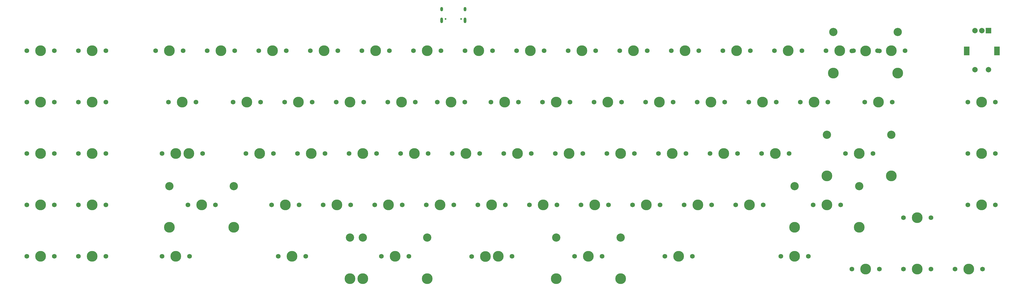
<source format=gbr>
G04 #@! TF.GenerationSoftware,KiCad,Pcbnew,(5.1.4)-1*
G04 #@! TF.CreationDate,2020-03-16T10:49:11-07:00*
G04 #@! TF.ProjectId,frogdor,66726f67-646f-4722-9e6b-696361645f70,rev?*
G04 #@! TF.SameCoordinates,Original*
G04 #@! TF.FileFunction,Soldermask,Top*
G04 #@! TF.FilePolarity,Negative*
%FSLAX46Y46*%
G04 Gerber Fmt 4.6, Leading zero omitted, Abs format (unit mm)*
G04 Created by KiCad (PCBNEW (5.1.4)-1) date 2020-03-16 10:49:11*
%MOMM*%
%LPD*%
G04 APERTURE LIST*
%ADD10C,3.987800*%
%ADD11C,1.750000*%
%ADD12C,3.048000*%
%ADD13C,0.650000*%
%ADD14O,1.000000X2.100000*%
%ADD15O,1.000000X1.600000*%
%ADD16R,2.000000X2.000000*%
%ADD17C,2.000000*%
%ADD18R,2.000000X3.200000*%
G04 APERTURE END LIST*
D10*
X423703750Y-210007000D03*
D11*
X418623750Y-210007000D03*
X428783750Y-210007000D03*
D12*
X411797500Y-203022000D03*
X435610000Y-203022000D03*
D10*
X411797500Y-218262000D03*
X435610000Y-218262000D03*
D13*
X276690000Y-160150000D03*
X270910000Y-160150000D03*
D14*
X269480000Y-160680000D03*
X278120000Y-160680000D03*
D15*
X269480000Y-156500000D03*
X278120000Y-156500000D03*
D16*
X471520000Y-164472000D03*
D17*
X469020000Y-164472000D03*
X466520000Y-164472000D03*
D18*
X474620000Y-171972000D03*
X463420000Y-171972000D03*
D17*
X471520000Y-178972000D03*
X466520000Y-178972000D03*
D10*
X426085000Y-171958000D03*
D11*
X421005000Y-171958000D03*
X431165000Y-171958000D03*
D12*
X414178750Y-164973000D03*
X437991250Y-164973000D03*
D10*
X414178750Y-180213000D03*
X437991250Y-180213000D03*
X285623000Y-248158000D03*
D11*
X280543000Y-248158000D03*
X290703000Y-248158000D03*
D12*
X235623100Y-241173000D03*
X335622900Y-241173000D03*
D10*
X235623100Y-256413000D03*
X335622900Y-256413000D03*
X176070000Y-210002000D03*
D11*
X170990000Y-210002000D03*
X181150000Y-210002000D03*
D10*
X411797500Y-229057000D03*
D11*
X406717500Y-229057000D03*
X416877500Y-229057000D03*
D12*
X399891250Y-222072000D03*
X423703750Y-222072000D03*
D10*
X399891250Y-237312000D03*
X423703750Y-237312000D03*
X464185000Y-252869500D03*
D11*
X459105000Y-252869500D03*
X469265000Y-252869500D03*
D10*
X445135000Y-252869500D03*
D11*
X440055000Y-252869500D03*
X450215000Y-252869500D03*
D10*
X426085000Y-252869500D03*
D11*
X421005000Y-252869500D03*
X431165000Y-252869500D03*
D10*
X399891250Y-248107000D03*
D11*
X394811250Y-248107000D03*
X404971250Y-248107000D03*
D10*
X357028750Y-248107000D03*
D11*
X351948750Y-248107000D03*
X362108750Y-248107000D03*
D10*
X323691250Y-248107000D03*
D11*
X318611250Y-248107000D03*
X328771250Y-248107000D03*
D12*
X311785000Y-241122000D03*
X335597500Y-241122000D03*
D10*
X311785000Y-256362000D03*
X335597500Y-256362000D03*
X290353750Y-248107000D03*
D11*
X285273750Y-248107000D03*
X295433750Y-248107000D03*
D10*
X252253750Y-248107000D03*
D11*
X247173750Y-248107000D03*
X257333750Y-248107000D03*
D12*
X240347500Y-241122000D03*
X264160000Y-241122000D03*
D10*
X240347500Y-256362000D03*
X264160000Y-256362000D03*
X214153750Y-248107000D03*
D11*
X209073750Y-248107000D03*
X219233750Y-248107000D03*
D10*
X171291250Y-248107000D03*
D11*
X166211250Y-248107000D03*
X176371250Y-248107000D03*
D10*
X140335000Y-248107000D03*
D11*
X135255000Y-248107000D03*
X145415000Y-248107000D03*
D10*
X121285000Y-248107000D03*
D11*
X116205000Y-248107000D03*
X126365000Y-248107000D03*
D10*
X445135000Y-233819500D03*
D11*
X440055000Y-233819500D03*
X450215000Y-233819500D03*
D10*
X468947500Y-229057000D03*
D11*
X463867500Y-229057000D03*
X474027500Y-229057000D03*
D10*
X383222500Y-229057000D03*
D11*
X378142500Y-229057000D03*
X388302500Y-229057000D03*
D10*
X364172500Y-229057000D03*
D11*
X359092500Y-229057000D03*
X369252500Y-229057000D03*
D10*
X345122500Y-229057000D03*
D11*
X340042500Y-229057000D03*
X350202500Y-229057000D03*
D10*
X326072500Y-229057000D03*
D11*
X320992500Y-229057000D03*
X331152500Y-229057000D03*
D10*
X307022500Y-229057000D03*
D11*
X301942500Y-229057000D03*
X312102500Y-229057000D03*
D10*
X287972500Y-229057000D03*
D11*
X282892500Y-229057000D03*
X293052500Y-229057000D03*
D10*
X268922500Y-229057000D03*
D11*
X263842500Y-229057000D03*
X274002500Y-229057000D03*
D10*
X249872500Y-229057000D03*
D11*
X244792500Y-229057000D03*
X254952500Y-229057000D03*
D10*
X230822500Y-229057000D03*
D11*
X225742500Y-229057000D03*
X235902500Y-229057000D03*
D10*
X211772500Y-229057000D03*
D11*
X206692500Y-229057000D03*
X216852500Y-229057000D03*
D10*
X180816250Y-229057000D03*
D11*
X175736250Y-229057000D03*
X185896250Y-229057000D03*
D12*
X168910000Y-222072000D03*
X192722500Y-222072000D03*
D10*
X168910000Y-237312000D03*
X192722500Y-237312000D03*
X140335000Y-229057000D03*
D11*
X135255000Y-229057000D03*
X145415000Y-229057000D03*
D10*
X121285000Y-229057000D03*
D11*
X116205000Y-229057000D03*
X126365000Y-229057000D03*
D10*
X468947500Y-210007000D03*
D11*
X463867500Y-210007000D03*
X474027500Y-210007000D03*
D10*
X392747500Y-210007000D03*
D11*
X387667500Y-210007000D03*
X397827500Y-210007000D03*
D10*
X373697500Y-210007000D03*
D11*
X368617500Y-210007000D03*
X378777500Y-210007000D03*
D10*
X354647500Y-210007000D03*
D11*
X349567500Y-210007000D03*
X359727500Y-210007000D03*
D10*
X335597500Y-210007000D03*
D11*
X330517500Y-210007000D03*
X340677500Y-210007000D03*
D10*
X316547500Y-210007000D03*
D11*
X311467500Y-210007000D03*
X321627500Y-210007000D03*
D10*
X297497500Y-210007000D03*
D11*
X292417500Y-210007000D03*
X302577500Y-210007000D03*
D10*
X278447500Y-210007000D03*
D11*
X273367500Y-210007000D03*
X283527500Y-210007000D03*
D10*
X259397500Y-210007000D03*
D11*
X254317500Y-210007000D03*
X264477500Y-210007000D03*
D10*
X240347500Y-210007000D03*
D11*
X235267500Y-210007000D03*
X245427500Y-210007000D03*
D10*
X221297500Y-210007000D03*
D11*
X216217500Y-210007000D03*
X226377500Y-210007000D03*
D10*
X202247500Y-210007000D03*
D11*
X197167500Y-210007000D03*
X207327500Y-210007000D03*
D10*
X171291250Y-210007000D03*
D11*
X166211250Y-210007000D03*
X176371250Y-210007000D03*
D10*
X140335000Y-210007000D03*
D11*
X135255000Y-210007000D03*
X145415000Y-210007000D03*
D10*
X121285000Y-210007000D03*
D11*
X116205000Y-210007000D03*
X126365000Y-210007000D03*
D10*
X468947500Y-190957000D03*
D11*
X463867500Y-190957000D03*
X474027500Y-190957000D03*
D10*
X430847500Y-190957000D03*
D11*
X425767500Y-190957000D03*
X435927500Y-190957000D03*
D10*
X407035000Y-190957000D03*
D11*
X401955000Y-190957000D03*
X412115000Y-190957000D03*
D10*
X387985000Y-190957000D03*
D11*
X382905000Y-190957000D03*
X393065000Y-190957000D03*
D10*
X368935000Y-190957000D03*
D11*
X363855000Y-190957000D03*
X374015000Y-190957000D03*
D10*
X349885000Y-190957000D03*
D11*
X344805000Y-190957000D03*
X354965000Y-190957000D03*
D10*
X330835000Y-190957000D03*
D11*
X325755000Y-190957000D03*
X335915000Y-190957000D03*
D10*
X311785000Y-190957000D03*
D11*
X306705000Y-190957000D03*
X316865000Y-190957000D03*
D10*
X292735000Y-190957000D03*
D11*
X287655000Y-190957000D03*
X297815000Y-190957000D03*
D10*
X272935000Y-190957000D03*
D11*
X267855000Y-190957000D03*
X278015000Y-190957000D03*
D10*
X254635000Y-190957000D03*
D11*
X249555000Y-190957000D03*
X259715000Y-190957000D03*
D10*
X235585000Y-190957000D03*
D11*
X230505000Y-190957000D03*
X240665000Y-190957000D03*
D10*
X216535000Y-190957000D03*
D11*
X211455000Y-190957000D03*
X221615000Y-190957000D03*
D10*
X197485000Y-190957000D03*
D11*
X192405000Y-190957000D03*
X202565000Y-190957000D03*
D10*
X173672500Y-190957000D03*
D11*
X168592500Y-190957000D03*
X178752500Y-190957000D03*
D10*
X140335000Y-190957000D03*
D11*
X135255000Y-190957000D03*
X145415000Y-190957000D03*
D10*
X121285000Y-190957000D03*
D11*
X116205000Y-190957000D03*
X126365000Y-190957000D03*
D10*
X435610000Y-171907000D03*
D11*
X430530000Y-171907000D03*
X440690000Y-171907000D03*
D10*
X416560000Y-171907000D03*
D11*
X411480000Y-171907000D03*
X421640000Y-171907000D03*
D10*
X397510000Y-171907000D03*
D11*
X392430000Y-171907000D03*
X402590000Y-171907000D03*
D10*
X378460000Y-171907000D03*
D11*
X373380000Y-171907000D03*
X383540000Y-171907000D03*
D10*
X359410000Y-171907000D03*
D11*
X354330000Y-171907000D03*
X364490000Y-171907000D03*
D10*
X340360000Y-171907000D03*
D11*
X335280000Y-171907000D03*
X345440000Y-171907000D03*
D10*
X321310000Y-171907000D03*
D11*
X316230000Y-171907000D03*
X326390000Y-171907000D03*
D10*
X302260000Y-171907000D03*
D11*
X297180000Y-171907000D03*
X307340000Y-171907000D03*
D10*
X283210000Y-171907000D03*
D11*
X278130000Y-171907000D03*
X288290000Y-171907000D03*
D10*
X264160000Y-171907000D03*
D11*
X259080000Y-171907000D03*
X269240000Y-171907000D03*
D10*
X245110000Y-171907000D03*
D11*
X240030000Y-171907000D03*
X250190000Y-171907000D03*
D10*
X226060000Y-171907000D03*
D11*
X220980000Y-171907000D03*
X231140000Y-171907000D03*
D10*
X207010000Y-171907000D03*
D11*
X201930000Y-171907000D03*
X212090000Y-171907000D03*
D10*
X187960000Y-171907000D03*
D11*
X182880000Y-171907000D03*
X193040000Y-171907000D03*
D10*
X168910000Y-171907000D03*
D11*
X163830000Y-171907000D03*
X173990000Y-171907000D03*
D10*
X140335000Y-171907000D03*
D11*
X135255000Y-171907000D03*
X145415000Y-171907000D03*
D10*
X121285000Y-171907000D03*
D11*
X116205000Y-171907000D03*
X126365000Y-171907000D03*
M02*

</source>
